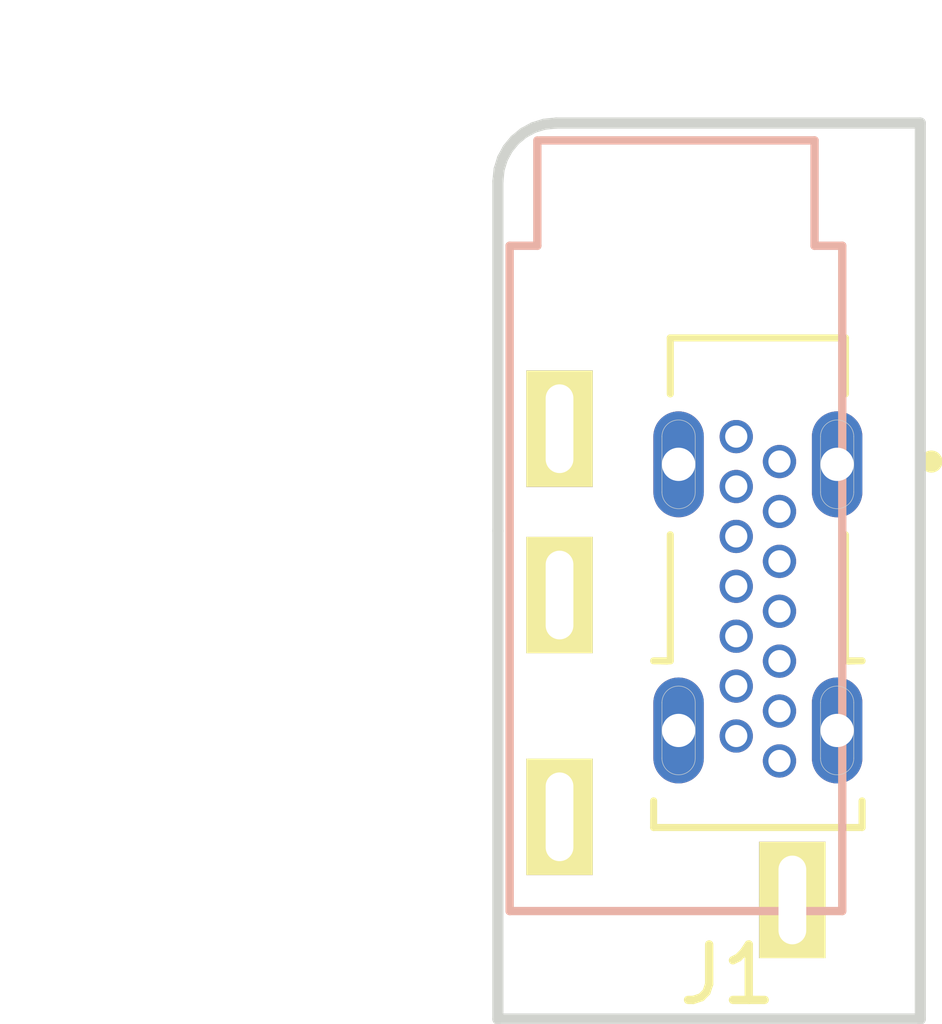
<source format=kicad_pcb>
(kicad_pcb (version 20211014) (generator pcbnew)
  (layers (0 "F.Cu" signal) (31 "B.Cu" signal) (34 "B.Paste" user) (35 "F.Paste" user) (36 "B.SilkS" user "B.Silkscreen") (37 "F.SilkS" user "F.Silkscreen") (38 "B.Mask" user) (39 "F.Mask" user) (44 "Edge.Cuts" user))
  (net 0 "")
  (net 1 "VCC")
  (net 2 "GND")
  (net 3 "SCL")
  (net 4 "SDL")
  (footprint "Usb:MOLEX_216989-0001" (layer "F.Cu") (at 80.89 51.885 180)
    (fp_text reference "J1" (at 0.545 -7.005) (layer "F.SilkS"))
    (fp_text value "216989-0001")
    (fp_poly (pts (xy 1.88 -2.1) (xy 1.878 -2.053) (xy 1.87 -2.006) (xy 1.858 -1.961) (xy 1.841 -1.917) (xy 1.82 -1.875) (xy 1.794 -1.835) (xy 1.764 -1.799) (xy 1.731 -1.766) (xy 1.695 -1.736) (xy 1.655 -1.71) (xy 1.613 -1.689) (xy 1.569 -1.672) (xy 1.524 -1.66) (xy 1.477 -1.652) (xy 1.43 -1.65) (xy 1.383 -1.652) (xy 1.336 -1.66) (xy 1.291 -1.672) (xy 1.247 -1.689) (xy 1.205 -1.71) (xy 1.165 -1.736) (xy 1.129 -1.766) (xy 1.096 -1.799) (xy 1.066 -1.835) (xy 1.04 -1.875) (xy 1.019 -1.917) (xy 1.002 -1.961) (xy 0.99 -2.006) (xy 0.982 -2.053) (xy 0.98 -2.1) (xy 0.98 -3.1) (xy 0.982 -3.147) (xy 0.99 -3.194) (xy 1.002 -3.239) (xy 1.019 -3.283) (xy 1.04 -3.325) (xy 1.066 -3.365) (xy 1.096 -3.401) (xy 1.129 -3.434) (xy 1.165 -3.464) (xy 1.205 -3.49) (xy 1.247 -3.511) (xy 1.291 -3.528) (xy 1.336 -3.54) (xy 1.383 -3.548) (xy 1.43 -3.55) (xy 1.477 -3.548) (xy 1.524 -3.54) (xy 1.569 -3.528) (xy 1.613 -3.511) (xy 1.655 -3.49) (xy 1.695 -3.464) (xy 1.731 -3.434) (xy 1.764 -3.401) (xy 1.794 -3.365) (xy 1.82 -3.325) (xy 1.841 -3.283) (xy 1.858 -3.239) (xy 1.87 -3.194) (xy 1.878 -3.147) (xy 1.88 -3.1) (xy 1.88 -2.1)) (layer "F.Cu") (width 0.01) (fill solid))
    (fp_poly (pts (xy 1.88 2.7) (xy 1.878 2.747) (xy 1.87 2.794) (xy 1.858 2.839) (xy 1.841 2.883) (xy 1.82 2.925) (xy 1.794 2.965) (xy 1.764 3.001) (xy 1.731 3.034) (xy 1.695 3.064) (xy 1.655 3.09) (xy 1.613 3.111) (xy 1.569 3.128) (xy 1.524 3.14) (xy 1.477 3.148) (xy 1.43 3.15) (xy 1.383 3.148) (xy 1.336 3.14) (xy 1.291 3.128) (xy 1.247 3.111) (xy 1.205 3.09) (xy 1.165 3.064) (xy 1.129 3.034) (xy 1.096 3.001) (xy 1.066 2.965) (xy 1.04 2.925) (xy 1.019 2.883) (xy 1.002 2.839) (xy 0.99 2.794) (xy 0.982 2.747) (xy 0.98 2.7) (xy 0.98 1.7) (xy 0.982 1.653) (xy 0.99 1.606) (xy 1.002 1.561) (xy 1.019 1.517) (xy 1.04 1.475) (xy 1.066 1.435) (xy 1.096 1.399) (xy 1.129 1.366) (xy 1.165 1.336) (xy 1.205 1.31) (xy 1.247 1.289) (xy 1.291 1.272) (xy 1.336 1.26) (xy 1.383 1.252) (xy 1.43 1.25) (xy 1.477 1.252) (xy 1.524 1.26) (xy 1.569 1.272) (xy 1.613 1.289) (xy 1.655 1.31) (xy 1.695 1.336) (xy 1.731 1.366) (xy 1.764 1.399) (xy 1.794 1.435) (xy 1.82 1.475) (xy 1.841 1.517) (xy 1.858 1.561) (xy 1.87 1.606) (xy 1.878 1.653) (xy 1.88 1.7) (xy 1.88 2.7)) (layer "F.Cu") (width 0.01) (fill solid))
    (fp_poly (pts (xy -0.98 -2.1) (xy -0.982 -2.053) (xy -0.99 -2.006) (xy -1.002 -1.961) (xy -1.019 -1.917) (xy -1.04 -1.875) (xy -1.066 -1.835) (xy -1.096 -1.799) (xy -1.129 -1.766) (xy -1.165 -1.736) (xy -1.205 -1.71) (xy -1.247 -1.689) (xy -1.291 -1.672) (xy -1.336 -1.66) (xy -1.383 -1.652) (xy -1.43 -1.65) (xy -1.477 -1.652) (xy -1.524 -1.66) (xy -1.569 -1.672) (xy -1.613 -1.689) (xy -1.655 -1.71) (xy -1.695 -1.736) (xy -1.731 -1.766) (xy -1.764 -1.799) (xy -1.794 -1.835) (xy -1.82 -1.875) (xy -1.841 -1.917) (xy -1.858 -1.961) (xy -1.87 -2.006) (xy -1.878 -2.053) (xy -1.88 -2.1) (xy -1.88 -3.1) (xy -1.878 -3.147) (xy -1.87 -3.194) (xy -1.858 -3.239) (xy -1.841 -3.283) (xy -1.82 -3.325) (xy -1.794 -3.365) (xy -1.764 -3.401) (xy -1.731 -3.434) (xy -1.695 -3.464) (xy -1.655 -3.49) (xy -1.613 -3.511) (xy -1.569 -3.528) (xy -1.524 -3.54) (xy -1.477 -3.548) (xy -1.43 -3.55) (xy -1.383 -3.548) (xy -1.336 -3.54) (xy -1.291 -3.528) (xy -1.247 -3.511) (xy -1.205 -3.49) (xy -1.165 -3.464) (xy -1.129 -3.434) (xy -1.096 -3.401) (xy -1.066 -3.365) (xy -1.04 -3.325) (xy -1.019 -3.283) (xy -1.002 -3.239) (xy -0.99 -3.194) (xy -0.982 -3.147) (xy -0.98 -3.1) (xy -0.98 -2.1)) (layer "F.Cu") (width 0.01) (fill solid))
    (fp_poly (pts (xy -0.98 2.7) (xy -0.982 2.747) (xy -0.99 2.794) (xy -1.002 2.839) (xy -1.019 2.883) (xy -1.04 2.925) (xy -1.066 2.965) (xy -1.096 3.001) (xy -1.129 3.034) (xy -1.165 3.064) (xy -1.205 3.09) (xy -1.247 3.111) (xy -1.291 3.128) (xy -1.336 3.14) (xy -1.383 3.148) (xy -1.43 3.15) (xy -1.477 3.148) (xy -1.524 3.14) (xy -1.569 3.128) (xy -1.613 3.111) (xy -1.655 3.09) (xy -1.695 3.064) (xy -1.731 3.034) (xy -1.764 3.001) (xy -1.794 2.965) (xy -1.82 2.925) (xy -1.841 2.883) (xy -1.858 2.839) (xy -1.87 2.794) (xy -1.878 2.747) (xy -1.88 2.7) (xy -1.88 1.7) (xy -1.878 1.653) (xy -1.87 1.606) (xy -1.858 1.561) (xy -1.841 1.517) (xy -1.82 1.475) (xy -1.794 1.435) (xy -1.764 1.399) (xy -1.731 1.366) (xy -1.695 1.336) (xy -1.655 1.31) (xy -1.613 1.289) (xy -1.569 1.272) (xy -1.524 1.26) (xy -1.477 1.252) (xy -1.43 1.25) (xy -1.383 1.252) (xy -1.336 1.26) (xy -1.291 1.272) (xy -1.247 1.289) (xy -1.205 1.31) (xy -1.165 1.336) (xy -1.129 1.366) (xy -1.096 1.399) (xy -1.066 1.435) (xy -1.04 1.475) (xy -1.019 1.517) (xy -1.002 1.561) (xy -0.99 1.606) (xy -0.982 1.653) (xy -0.98 1.7) (xy -0.98 2.7)) (layer "F.Cu") (width 0.01) (fill solid))
    (fp_poly (pts (xy -0.98 -2.1) (xy -0.982 -2.053) (xy -0.99 -2.006) (xy -1.002 -1.961) (xy -1.019 -1.917) (xy -1.04 -1.875) (xy -1.066 -1.835) (xy -1.096 -1.799) (xy -1.129 -1.766) (xy -1.165 -1.736) (xy -1.205 -1.71) (xy -1.247 -1.689) (xy -1.291 -1.672) (xy -1.336 -1.66) (xy -1.383 -1.652) (xy -1.43 -1.65) (xy -1.477 -1.652) (xy -1.524 -1.66) (xy -1.569 -1.672) (xy -1.613 -1.689) (xy -1.655 -1.71) (xy -1.695 -1.736) (xy -1.731 -1.766) (xy -1.764 -1.799) (xy -1.794 -1.835) (xy -1.82 -1.875) (xy -1.841 -1.917) (xy -1.858 -1.961) (xy -1.87 -2.006) (xy -1.878 -2.053) (xy -1.88 -2.1) (xy -1.88 -3.1) (xy -1.878 -3.147) (xy -1.87 -3.194) (xy -1.858 -3.239) (xy -1.841 -3.283) (xy -1.82 -3.325) (xy -1.794 -3.365) (xy -1.764 -3.401) (xy -1.731 -3.434) (xy -1.695 -3.464) (xy -1.655 -3.49) (xy -1.613 -3.511) (xy -1.569 -3.528) (xy -1.524 -3.54) (xy -1.477 -3.548) (xy -1.43 -3.55) (xy -1.383 -3.548) (xy -1.336 -3.54) (xy -1.291 -3.528) (xy -1.247 -3.511) (xy -1.205 -3.49) (xy -1.165 -3.464) (xy -1.129 -3.434) (xy -1.096 -3.401) (xy -1.066 -3.365) (xy -1.04 -3.325) (xy -1.019 -3.283) (xy -1.002 -3.239) (xy -0.99 -3.194) (xy -0.982 -3.147) (xy -0.98 -3.1) (xy -0.98 -2.1)) (layer "B.Cu") (width 0.01) (fill solid))
    (fp_poly (pts (xy 1.88 2.7) (xy 1.878 2.747) (xy 1.87 2.794) (xy 1.858 2.839) (xy 1.841 2.883) (xy 1.82 2.925) (xy 1.794 2.965) (xy 1.764 3.001) (xy 1.731 3.034) (xy 1.695 3.064) (xy 1.655 3.09) (xy 1.613 3.111) (xy 1.569 3.128) (xy 1.524 3.14) (xy 1.477 3.148) (xy 1.43 3.15) (xy 1.383 3.148) (xy 1.336 3.14) (xy 1.291 3.128) (xy 1.247 3.111) (xy 1.205 3.09) (xy 1.165 3.064) (xy 1.129 3.034) (xy 1.096 3.001) (xy 1.066 2.965) (xy 1.04 2.925) (xy 1.019 2.883) (xy 1.002 2.839) (xy 0.99 2.794) (xy 0.982 2.747) (xy 0.98 2.7) (xy 0.98 1.7) (xy 0.982 1.653) (xy 0.99 1.606) (xy 1.002 1.561) (xy 1.019 1.517) (xy 1.04 1.475) (xy 1.066 1.435) (xy 1.096 1.399) (xy 1.129 1.366) (xy 1.165 1.336) (xy 1.205 1.31) (xy 1.247 1.289) (xy 1.291 1.272) (xy 1.336 1.26) (xy 1.383 1.252) (xy 1.43 1.25) (xy 1.477 1.252) (xy 1.524 1.26) (xy 1.569 1.272) (xy 1.613 1.289) (xy 1.655 1.31) (xy 1.695 1.336) (xy 1.731 1.366) (xy 1.764 1.399) (xy 1.794 1.435) (xy 1.82 1.475) (xy 1.841 1.517) (xy 1.858 1.561) (xy 1.87 1.606) (xy 1.878 1.653) (xy 1.88 1.7) (xy 1.88 2.7)) (layer "B.Cu") (width 0.01) (fill solid))
    (fp_poly (pts (xy -0.98 2.7) (xy -0.982 2.747) (xy -0.99 2.794) (xy -1.002 2.839) (xy -1.019 2.883) (xy -1.04 2.925) (xy -1.066 2.965) (xy -1.096 3.001) (xy -1.129 3.034) (xy -1.165 3.064) (xy -1.205 3.09) (xy -1.247 3.111) (xy -1.291 3.128) (xy -1.336 3.14) (xy -1.383 3.148) (xy -1.43 3.15) (xy -1.477 3.148) (xy -1.524 3.14) (xy -1.569 3.128) (xy -1.613 3.111) (xy -1.655 3.09) (xy -1.695 3.064) (xy -1.731 3.034) (xy -1.764 3.001) (xy -1.794 2.965) (xy -1.82 2.925) (xy -1.841 2.883) (xy -1.858 2.839) (xy -1.87 2.794) (xy -1.878 2.747) (xy -1.88 2.7) (xy -1.88 1.7) (xy -1.878 1.653) (xy -1.87 1.606) (xy -1.858 1.561) (xy -1.841 1.517) (xy -1.82 1.475) (xy -1.794 1.435) (xy -1.764 1.399) (xy -1.731 1.366) (xy -1.695 1.336) (xy -1.655 1.31) (xy -1.613 1.289) (xy -1.569 1.272) (xy -1.524 1.26) (xy -1.477 1.252) (xy -1.43 1.25) (xy -1.383 1.252) (xy -1.336 1.26) (xy -1.291 1.272) (xy -1.247 1.289) (xy -1.205 1.31) (xy -1.165 1.336) (xy -1.129 1.366) (xy -1.096 1.399) (xy -1.066 1.435) (xy -1.04 1.475) (xy -1.019 1.517) (xy -1.002 1.561) (xy -0.99 1.606) (xy -0.982 1.653) (xy -0.98 1.7) (xy -0.98 2.7)) (layer "B.Cu") (width 0.01) (fill solid))
    (fp_poly (pts (xy 1.88 -2.1) (xy 1.878 -2.053) (xy 1.87 -2.006) (xy 1.858 -1.961) (xy 1.841 -1.917) (xy 1.82 -1.875) (xy 1.794 -1.835) (xy 1.764 -1.799) (xy 1.731 -1.766) (xy 1.695 -1.736) (xy 1.655 -1.71) (xy 1.613 -1.689) (xy 1.569 -1.672) (xy 1.524 -1.66) (xy 1.477 -1.652) (xy 1.43 -1.65) (xy 1.383 -1.652) (xy 1.336 -1.66) (xy 1.291 -1.672) (xy 1.247 -1.689) (xy 1.205 -1.71) (xy 1.165 -1.736) (xy 1.129 -1.766) (xy 1.096 -1.799) (xy 1.066 -1.835) (xy 1.04 -1.875) (xy 1.019 -1.917) (xy 1.002 -1.961) (xy 0.99 -2.006) (xy 0.982 -2.053) (xy 0.98 -2.1) (xy 0.98 -3.1) (xy 0.982 -3.147) (xy 0.99 -3.194) (xy 1.002 -3.239) (xy 1.019 -3.283) (xy 1.04 -3.325) (xy 1.066 -3.365) (xy 1.096 -3.401) (xy 1.129 -3.434) (xy 1.165 -3.464) (xy 1.205 -3.49) (xy 1.247 -3.511) (xy 1.291 -3.528) (xy 1.336 -3.54) (xy 1.383 -3.548) (xy 1.43 -3.55) (xy 1.477 -3.548) (xy 1.524 -3.54) (xy 1.569 -3.528) (xy 1.613 -3.511) (xy 1.655 -3.49) (xy 1.695 -3.464) (xy 1.731 -3.434) (xy 1.764 -3.401) (xy 1.794 -3.365) (xy 1.82 -3.325) (xy 1.841 -3.283) (xy 1.858 -3.239) (xy 1.87 -3.194) (xy 1.878 -3.147) (xy 1.88 -3.1) (xy 1.88 -2.1)) (layer "B.Cu") (width 0.01) (fill solid))
    (fp_line (start -1.58 4.48) (end -1.58 3.47) (layer "F.SilkS") (width 0.127))
    (fp_line (start 1.58 -1.34451) (end 1.73579 -1.34451) (layer "F.SilkS") (width 0.127))
    (fp_line (start -1.88 -1.34451) (end -1.7358 -1.34451) (layer "F.SilkS") (width 0.127))
    (fp_line (start 1.88 -4.35) (end -1.88 -4.35) (layer "F.SilkS") (width 0.127))
    (fp_line (start -1.88 -4.35) (end -1.88 -3.87) (layer "F.SilkS") (width 0.127))
    (fp_line (start 1.88 -3.87) (end 1.88 -4.35) (layer "F.SilkS") (width 0.127))
    (fp_line (start -1.7358 -1.34451) (end -1.58 -1.34451) (layer "F.SilkS") (width 0.127))
    (fp_line (start 1.58 0.93) (end 1.58 -1.34451) (layer "F.SilkS") (width 0.127))
    (fp_line (start 1.58 4.48) (end 1.58 3.47) (layer "F.SilkS") (width 0.127))
    (fp_line (start 1.58 4.48) (end -1.58 4.48) (layer "F.SilkS") (width 0.127))
    (fp_line (start -1.58 0.93) (end -1.58 -1.34451) (layer "F.SilkS") (width 0.127))
    (fp_line (start 1.63585 -1.348) (end 1.73579 -1.34451) (layer "F.SilkS") (width 0.127))
    (fp_line (start -1.63586 -1.348) (end -1.63545 -1.34924) (layer "F.SilkS") (width 0.127))
    (fp_line (start -1.7358 -1.34451) (end -1.63586 -1.348) (layer "F.SilkS") (width 0.127))
    (fp_line (start 1.73579 -1.34451) (end 1.88 -1.34451) (layer "F.SilkS") (width 0.127))
    (fp_circle (center -3.13 2.25) (end -3.03 2.25) (layer "F.SilkS") (width 0.2) (fill none))
    (fp_line (start 1.73 -3.1) (end 1.73 -2.1) (layer "Edge.Cuts") (width 0.01))
    (fp_line (start -1.13 -3.1) (end -1.13 -2.1) (layer "Edge.Cuts") (width 0.01))
    (fp_line (start -1.13 1.7) (end -1.13 2.7) (layer "Edge.Cuts") (width 0.01))
    (fp_line (start 1.73 1.7) (end 1.73 2.7) (layer "Edge.Cuts") (width 0.01))
    (fp_line (start -1.73 1.7) (end -1.73 2.7) (layer "Edge.Cuts") (width 0.01))
    (fp_line (start 1.13 -3.1) (end 1.13 -2.1) (layer "Edge.Cuts") (width 0.01))
    (fp_line (start -1.73 -3.1) (end -1.73 -2.1) (layer "Edge.Cuts") (width 0.01))
    (fp_line (start 1.13 1.7) (end 1.13 2.7) (layer "Edge.Cuts") (width 0.01))
    (fp_arc (start 1.73 -2.1) (mid 1.43 -1.8) (end 1.13 -2.1) (layer "Edge.Cuts") (width 0.01))
    (fp_arc (start 1.73 2.7) (mid 1.43 3) (end 1.13 2.7) (layer "Edge.Cuts") (width 0.01))
    (fp_arc (start 1.13 1.7) (mid 1.43 1.4) (end 1.73 1.7) (layer "Edge.Cuts") (width 0.01))
    (fp_arc (start 1.13 -3.1) (mid 1.43 -3.4) (end 1.73 -3.1) (layer "Edge.Cuts") (width 0.01))
    (fp_arc (start -1.73 -3.1) (mid -1.43 -3.4) (end -1.13 -3.1) (layer "Edge.Cuts") (width 0.01))
    (fp_arc (start -1.13 -2.1) (mid -1.43 -1.8) (end -1.73 -2.1) (layer "Edge.Cuts") (width 0.01))
    (fp_arc (start -1.13 2.7) (mid -1.43 3) (end -1.73 2.7) (layer "Edge.Cuts") (width 0.01))
    (fp_arc (start -1.73 1.7) (mid -1.43 1.4) (end -1.13 1.7) (layer "Edge.Cuts") (width 0.01))
    (pad "A1" thru_hole circle locked (at -0.39 2.25 180) (size 0.6 0.6) (drill 0.4) (layers *.Cu *.Mask) (net 2 "GND"))
    (pad "A4" thru_hole circle locked (at -0.39 1.35 180) (size 0.6 0.6) (drill 0.4) (layers *.Cu *.Mask) (net 1 "VCC"))
    (pad "A5" thru_hole circle locked (at -0.39 0.45 180) (size 0.6 0.6) (drill 0.4) (layers *.Cu *.Mask))
    (pad "A6" thru_hole circle locked (at -0.39 -0.45 180) (size 0.6 0.6) (drill 0.4) (layers *.Cu *.Mask) (net 4 "SDL"))
    (pad "A7" thru_hole circle locked (at -0.39 -1.35 180) (size 0.6 0.6) (drill 0.4) (layers *.Cu *.Mask) (net 3 "SCL"))
    (pad "A9" thru_hole circle locked (at -0.39 -2.25 180) (size 0.6 0.6) (drill 0.4) (layers *.Cu *.Mask) (net 1 "VCC"))
    (pad "A12" thru_hole circle locked (at -0.39 -3.15 180) (size 0.6 0.6) (drill 0.4) (layers *.Cu *.Mask) (net 2 "GND"))
    (pad "B1" thru_hole circle locked (at 0.39 -2.7 180) (size 0.6 0.6) (drill 0.4) (layers *.Cu *.Mask) (net 2 "GND"))
    (pad "B4" thru_hole circle locked (at 0.39 -1.8 180) (size 0.6 0.6) (drill 0.4) (layers *.Cu *.Mask) (net 1 "VCC"))
    (pad "B5" thru_hole circle locked (at 0.39 -0.9 180) (size 0.6 0.6) (drill 0.4) (layers *.Cu *.Mask))
    (pad "B6" thru_hole circle locked (at 0.39 0 180) (size 0.6 0.6) (drill 0.4) (layers *.Cu *.Mask) (net 4 "SDL"))
    (pad "B7" thru_hole circle locked (at 0.39 0.9 180) (size 0.6 0.6) (drill 0.4) (layers *.Cu *.Mask) (net 3 "SCL"))
    (pad "B9" thru_hole circle locked (at 0.39 1.8 180) (size 0.6 0.6) (drill 0.4) (layers *.Cu *.Mask) (net 1 "VCC"))
    (pad "B12" thru_hole circle locked (at 0.39 2.7 180) (size 0.6 0.6) (drill 0.4) (layers *.Cu *.Mask) (net 2 "GND"))
    (pad "S1" thru_hole circle locked (at -1.43 2.2 180) (size 0.9 0.9) (drill 0.6) (layers *.Cu) (net 2 "GND"))
    (pad "S2" thru_hole circle locked (at 1.43 2.2 180) (size 0.9 0.9) (drill 0.6) (layers *.Cu) (net 2 "GND"))
    (pad "S3" thru_hole circle locked (at -1.43 -2.6 180) (size 0.9 0.9) (drill 0.6) (layers *.Cu) (net 2 "GND"))
    (pad "S4" thru_hole circle locked (at 1.43 -2.6 180) (size 0.9 0.9) (drill 0.6) (layers *.Cu) (net 2 "GND"))
  )
  (footprint "Lily58-footprint:MJ-4PP-9" (layer "F.Cu") (at 81.162472 45.742438)
    (fp_text reference "J2" hide)
    (fp_text value "4PIN" hide)
    (fp_line (start -4.25 0) (end -4.25 -1.9) (layer "B.SilkS") (width 0.15))
    (fp_line (start -4.2 -1.9) (end 0.75 -1.9) (layer "B.SilkS") (width 0.15))
    (fp_line (start 1.25 0) (end 0.75 0) (layer "B.SilkS") (width 0.15))
    (fp_line (start 1.25 12) (end -4.75 12) (layer "B.SilkS") (width 0.15))
    (fp_line (start -4.75 12) (end -4.75 0) (layer "B.SilkS") (width 0.15))
    (fp_line (start 0.75 0) (end 0.75 -1.9) (layer "B.SilkS") (width 0.15))
    (fp_line (start -4.75 0) (end -4.25 0) (layer "B.SilkS") (width 0.15))
    (fp_line (start 1.25 0) (end 1.25 12) (layer "B.SilkS") (width 0.15))
    (pad "1" thru_hole rect locked (at -3.85 10.3) (size 1.2 2.1) (drill oval 0.5 1.6) (layers *.Cu *.Mask "F.SilkS") (net 1 "VCC") (clearance 0.15))
    (pad "2" thru_hole rect locked (at -3.85 6.3) (size 1.2 2.1) (drill oval 0.5 1.6) (layers *.Cu *.Mask "F.SilkS") (net 2 "GND") (clearance 0.15))
    (pad "3" thru_hole rect locked (at -3.85 3.3) (size 1.2 2.1) (drill oval 0.5 1.6) (layers *.Cu *.Mask "F.SilkS") (net 3 "SCL") (clearance 0.15))
    (pad "4" thru_hole rect locked (at 0.35 11.8) (size 1.2 2.1) (drill oval 0.5 1.6) (layers *.Cu *.Mask "F.SilkS") (net 4 "SDL") (clearance 0.15))
  )
  (gr_line locked (start 83.82 59.69) (end 76.2 59.69) (layer "Edge.Cuts") (width 0.2))
  (gr_line locked (start 76.663409 43.708399) (end 76.841775 43.611648) (layer "Edge.Cuts") (width 0.2))
  (gr_line locked (start 76.508042 43.836561) (end 76.663409 43.708399) (layer "Edge.Cuts") (width 0.2))
  (gr_line locked (start 83.82 43.5292) (end 83.82 59.69) (layer "Edge.Cuts") (width 0.2))
  (gr_line locked (start 76.841775 43.611648) (end 77.038934 43.550513) (layer "Edge.Cuts") (width 0.2))
  (gr_line locked (start 76.379881 43.991927) (end 76.508042 43.836561) (layer "Edge.Cuts") (width 0.2))
  (gr_line locked (start 76.283129 44.170293) (end 76.379881 43.991927) (layer "Edge.Cuts") (width 0.2))
  (gr_line locked (start 76.221995 44.367453) (end 76.283129 44.170293) (layer "Edge.Cuts") (width 0.2))
  (gr_line locked (start 76.200682 44.5792) (end 76.221995 44.367453) (layer "Edge.Cuts") (width 0.2))
  (gr_line locked (start 76.2 50.886133) (end 76.2 44.5792) (layer "Edge.Cuts") (width 0.2))
  (gr_line locked (start 76.2 59.69) (end 76.2 50.886133) (layer "Edge.Cuts") (width 0.2))
  (gr_line locked (start 83.82 43.5292) (end 77.250682 43.5292) (layer "Edge.Cuts") (width 0.2))
  (gr_line locked (start 77.038934 43.550513) (end 77.250682 43.5292) (layer "Edge.Cuts") (width 0.2))
  (segment (start 77.312472 49.372472) (end 77.312472 49.042438) (width 0.25) (layer "F.Cu") (net 3))
  (segment (start 81.037438 57.542438) (end 81.512472 57.542438) (width 0.25) (layer "F.Cu") (net 4))
)
</source>
